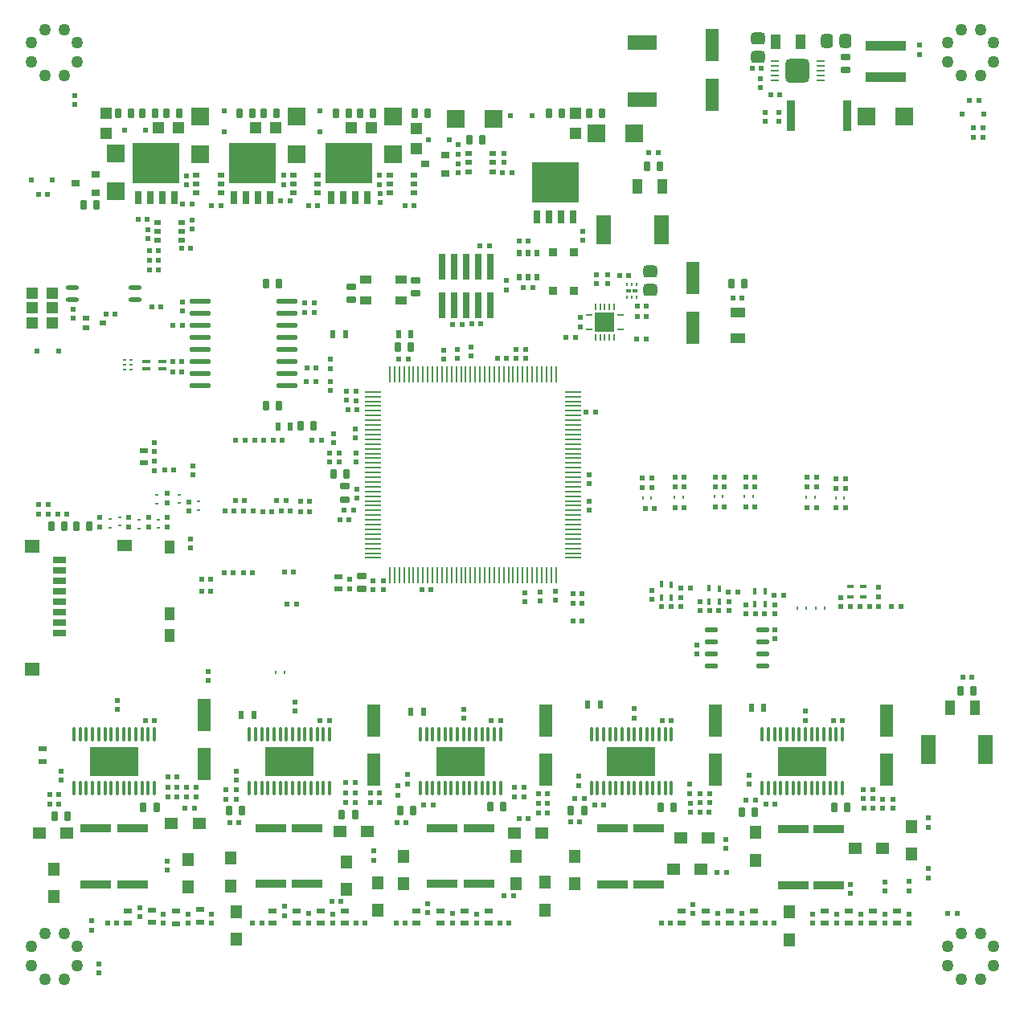
<source format=gtp>
G04 Layer_Color=8421504*
%FSLAX25Y25*%
%MOIN*%
G70*
G01*
G75*
%ADD28R,0.05905X0.04528*%
%ADD130C,0.05000*%
%ADD156R,0.01201X0.01024*%
%ADD157R,0.02359X0.01181*%
%ADD158O,0.05509X0.01965*%
G04:AMPARAMS|DCode=159|XSize=20mil|YSize=22mil|CornerRadius=3.4mil|HoleSize=0mil|Usage=FLASHONLY|Rotation=0.000|XOffset=0mil|YOffset=0mil|HoleType=Round|Shape=RoundedRectangle|*
%AMROUNDEDRECTD159*
21,1,0.02000,0.01520,0,0,0.0*
21,1,0.01320,0.02200,0,0,0.0*
1,1,0.00680,0.00660,-0.00760*
1,1,0.00680,-0.00660,-0.00760*
1,1,0.00680,-0.00660,0.00760*
1,1,0.00680,0.00660,0.00760*
%
%ADD159ROUNDEDRECTD159*%
%ADD160R,0.02950X0.01965*%
G04:AMPARAMS|DCode=161|XSize=20mil|YSize=22mil|CornerRadius=3.4mil|HoleSize=0mil|Usage=FLASHONLY|Rotation=270.000|XOffset=0mil|YOffset=0mil|HoleType=Round|Shape=RoundedRectangle|*
%AMROUNDEDRECTD161*
21,1,0.02000,0.01520,0,0,270.0*
21,1,0.01320,0.02200,0,0,270.0*
1,1,0.00680,-0.00760,-0.00660*
1,1,0.00680,-0.00760,0.00660*
1,1,0.00680,0.00760,0.00660*
1,1,0.00680,0.00760,-0.00660*
%
%ADD161ROUNDEDRECTD161*%
G04:AMPARAMS|DCode=162|XSize=27.13mil|YSize=37.37mil|CornerRadius=4.83mil|HoleSize=0mil|Usage=FLASHONLY|Rotation=0.000|XOffset=0mil|YOffset=0mil|HoleType=Round|Shape=RoundedRectangle|*
%AMROUNDEDRECTD162*
21,1,0.02713,0.02772,0,0,0.0*
21,1,0.01748,0.03737,0,0,0.0*
1,1,0.00965,0.00874,-0.01386*
1,1,0.00965,-0.00874,-0.01386*
1,1,0.00965,-0.00874,0.01386*
1,1,0.00965,0.00874,0.01386*
%
%ADD162ROUNDEDRECTD162*%
%ADD163R,0.03265X0.02438*%
%ADD164R,0.02438X0.03265*%
%ADD165R,0.01800X0.02600*%
%ADD166O,0.01178X0.06493*%
%ADD167R,0.20351X0.12005*%
%ADD168R,0.05312X0.13186*%
%ADD169R,0.12792X0.03343*%
%ADD170R,0.07871X0.07871*%
%ADD171O,0.02950X0.00902*%
%ADD172O,0.00902X0.02950*%
%ADD173R,0.06493X0.05312*%
%ADD174R,0.04328X0.05706*%
%ADD175R,0.05706X0.02950*%
%ADD176R,0.02200X0.02200*%
%ADD177R,0.03343X0.01375*%
%ADD178R,0.03737X0.03343*%
%ADD179R,0.03400X0.03000*%
%ADD180R,0.02200X0.02200*%
%ADD181R,0.02162X0.03146*%
%ADD182R,0.03146X0.02162*%
%ADD183R,0.04131X0.06493*%
G04:AMPARAMS|DCode=184|XSize=50mil|YSize=58mil|CornerRadius=12mil|HoleSize=0mil|Usage=FLASHONLY|Rotation=270.000|XOffset=0mil|YOffset=0mil|HoleType=Round|Shape=RoundedRectangle|*
%AMROUNDEDRECTD184*
21,1,0.05000,0.03400,0,0,270.0*
21,1,0.02600,0.05800,0,0,270.0*
1,1,0.02400,-0.01700,-0.01300*
1,1,0.02400,-0.01700,0.01300*
1,1,0.02400,0.01700,0.01300*
1,1,0.02400,0.01700,-0.01300*
%
%ADD184ROUNDEDRECTD184*%
%ADD185R,0.12400X0.06100*%
%ADD186R,0.06100X0.12400*%
%ADD187R,0.02600X0.05400*%
%ADD188R,0.19500X0.16800*%
G04:AMPARAMS|DCode=189|XSize=27.13mil|YSize=37.37mil|CornerRadius=4.83mil|HoleSize=0mil|Usage=FLASHONLY|Rotation=90.000|XOffset=0mil|YOffset=0mil|HoleType=Round|Shape=RoundedRectangle|*
%AMROUNDEDRECTD189*
21,1,0.02713,0.02772,0,0,90.0*
21,1,0.01748,0.03737,0,0,90.0*
1,1,0.00965,0.01386,0.00874*
1,1,0.00965,0.01386,-0.00874*
1,1,0.00965,-0.01386,-0.00874*
1,1,0.00965,-0.01386,0.00874*
%
%ADD189ROUNDEDRECTD189*%
%ADD190O,0.08855X0.02162*%
%ADD191O,0.06887X0.00981*%
%ADD192O,0.00981X0.06887*%
G04:AMPARAMS|DCode=193|XSize=50mil|YSize=58mil|CornerRadius=12mil|HoleSize=0mil|Usage=FLASHONLY|Rotation=180.000|XOffset=0mil|YOffset=0mil|HoleType=Round|Shape=RoundedRectangle|*
%AMROUNDEDRECTD193*
21,1,0.05000,0.03400,0,0,180.0*
21,1,0.02600,0.05800,0,0,180.0*
1,1,0.02400,-0.01300,0.01700*
1,1,0.02400,0.01300,0.01700*
1,1,0.02400,0.01300,-0.01700*
1,1,0.02400,-0.01300,-0.01700*
%
%ADD193ROUNDEDRECTD193*%
%ADD194R,0.03816X0.00981*%
G04:AMPARAMS|DCode=195|XSize=103mil|YSize=103mil|CornerRadius=25.25mil|HoleSize=0mil|Usage=FLASHONLY|Rotation=0.000|XOffset=0mil|YOffset=0mil|HoleType=Round|Shape=RoundedRectangle|*
%AMROUNDEDRECTD195*
21,1,0.10300,0.05250,0,0,0.0*
21,1,0.05250,0.10300,0,0,0.0*
1,1,0.05050,0.02625,-0.02625*
1,1,0.05050,-0.02625,-0.02625*
1,1,0.05050,-0.02625,0.02625*
1,1,0.05050,0.02625,0.02625*
%
%ADD195ROUNDEDRECTD195*%
%ADD196R,0.00902X0.01375*%
%ADD197R,0.16532X0.04446*%
%ADD198R,0.03343X0.12792*%
%ADD199R,0.02753X0.10824*%
%ADD200O,0.05706X0.02162*%
%ADD201R,0.06493X0.04131*%
%ADD202R,0.02600X0.01800*%
%ADD203R,0.00984X0.01378*%
%ADD204R,0.01378X0.00984*%
%ADD205R,0.05312X0.04918*%
%ADD206R,0.04918X0.05312*%
%ADD207R,0.04524X0.03343*%
%ADD208R,0.04600X0.04600*%
%ADD209R,0.04600X0.04600*%
%ADD210R,0.07700X0.07700*%
%ADD211R,0.07700X0.07700*%
G36*
X136313Y336435D02*
Y335923D01*
X134187D01*
Y336435D01*
X134541Y336789D01*
X135958D01*
X136313Y336435D01*
D02*
G37*
G36*
X140100D02*
Y335923D01*
X138000D01*
Y336435D01*
X138400Y336789D01*
X139800D01*
X140100Y336435D01*
D02*
G37*
G36*
X132572Y336395D02*
Y335923D01*
X131155D01*
Y336828D01*
X132139D01*
X132572Y336395D01*
D02*
G37*
G36*
X100000Y336435D02*
Y335923D01*
X97900D01*
Y336435D01*
X98300Y336789D01*
X99700D01*
X100000Y336435D01*
D02*
G37*
G36*
X103000Y335923D02*
X101700D01*
Y336395D01*
X102100Y336828D01*
X103000D01*
Y335923D01*
D02*
G37*
G36*
X218083Y342003D02*
X217728Y341703D01*
X216232D01*
X215839Y342103D01*
Y344502D01*
X218083D01*
Y342003D01*
D02*
G37*
G36*
X221862D02*
X221508Y341703D01*
X220012D01*
X219618Y342103D01*
Y344502D01*
X221862D01*
Y342003D01*
D02*
G37*
G36*
X232350Y339302D02*
X231350D01*
Y344502D01*
X232350D01*
Y339302D01*
D02*
G37*
G36*
X143100Y335923D02*
X141800D01*
Y336395D01*
X142200Y336828D01*
X143100D01*
Y335923D01*
D02*
G37*
G36*
X214146Y339302D02*
X213043D01*
Y344502D01*
X214146D01*
Y339302D01*
D02*
G37*
G36*
X228650Y327923D02*
X227350D01*
Y328395D01*
X227750Y328829D01*
X228650D01*
Y327923D01*
D02*
G37*
G36*
X52622Y336395D02*
Y335923D01*
X51205D01*
Y336828D01*
X52189D01*
X52622Y336395D01*
D02*
G37*
G36*
X225650Y328435D02*
Y327923D01*
X223550D01*
Y328435D01*
X223950Y328789D01*
X225350D01*
X225650Y328435D01*
D02*
G37*
G36*
X218122Y328395D02*
Y327923D01*
X216705D01*
Y328829D01*
X217689D01*
X218122Y328395D01*
D02*
G37*
G36*
X221862Y328435D02*
Y327923D01*
X219736D01*
Y328435D01*
X220091Y328789D01*
X221508D01*
X221862Y328435D01*
D02*
G37*
G36*
X92472Y336395D02*
Y335923D01*
X91055D01*
Y336828D01*
X92039D01*
X92472Y336395D01*
D02*
G37*
G36*
X96213Y336435D02*
Y335923D01*
X94087D01*
Y336435D01*
X94441Y336789D01*
X95858D01*
X96213Y336435D01*
D02*
G37*
G36*
X63150Y335923D02*
X61850D01*
Y336395D01*
X62250Y336828D01*
X63150D01*
Y335923D01*
D02*
G37*
G36*
X56362Y336435D02*
Y335923D01*
X54236D01*
Y336435D01*
X54590Y336789D01*
X56008D01*
X56362Y336435D01*
D02*
G37*
G36*
X60150D02*
Y335923D01*
X58050D01*
Y336435D01*
X58450Y336789D01*
X59850D01*
X60150Y336435D01*
D02*
G37*
G36*
X96213Y350003D02*
X95858Y349703D01*
X94362D01*
X93968Y350102D01*
Y352502D01*
X96213D01*
Y350003D01*
D02*
G37*
G36*
X100000Y350102D02*
X99600Y349703D01*
X98200D01*
X97800Y350102D01*
Y352502D01*
X100000D01*
Y350102D01*
D02*
G37*
G36*
X92433Y350003D02*
X92079Y349703D01*
X90583D01*
X90189Y350102D01*
Y352502D01*
X92433D01*
Y350003D01*
D02*
G37*
G36*
X60150Y350102D02*
X59750Y349703D01*
X58350D01*
X57950Y350102D01*
Y352502D01*
X60150D01*
Y350102D01*
D02*
G37*
G36*
X63850D02*
X63550Y349703D01*
X62050D01*
X61650Y350102D01*
Y352502D01*
X63850D01*
Y350102D01*
D02*
G37*
G36*
X140100D02*
X139700Y349703D01*
X138300D01*
X137900Y350102D01*
Y352502D01*
X140100D01*
Y350102D01*
D02*
G37*
G36*
X143800D02*
X143500Y349703D01*
X142000D01*
X141600Y350102D01*
Y352502D01*
X143800D01*
Y350102D01*
D02*
G37*
G36*
X136313Y350003D02*
X135958Y349703D01*
X134462D01*
X134069Y350102D01*
Y352502D01*
X136313D01*
Y350003D01*
D02*
G37*
G36*
X103700Y350102D02*
X103400Y349703D01*
X101900D01*
X101500Y350102D01*
Y352502D01*
X103700D01*
Y350102D01*
D02*
G37*
G36*
X132533Y350003D02*
X132179Y349703D01*
X130683D01*
X130289Y350102D01*
Y352502D01*
X132533D01*
Y350003D01*
D02*
G37*
G36*
X66850Y347303D02*
X65850D01*
Y352502D01*
X66850D01*
Y347303D01*
D02*
G37*
G36*
X88496D02*
X87394D01*
Y352502D01*
X88496D01*
Y347303D01*
D02*
G37*
G36*
X48646D02*
X47543D01*
Y352502D01*
X48646D01*
Y347303D01*
D02*
G37*
G36*
X225650Y342103D02*
X225250Y341703D01*
X223850D01*
X223450Y342103D01*
Y344502D01*
X225650D01*
Y342103D01*
D02*
G37*
G36*
X229350D02*
X229050Y341703D01*
X227550D01*
X227150Y342103D01*
Y344502D01*
X229350D01*
Y342103D01*
D02*
G37*
G36*
X52583Y350003D02*
X52228Y349703D01*
X50732D01*
X50339Y350102D01*
Y352502D01*
X52583D01*
Y350003D01*
D02*
G37*
G36*
X56362D02*
X56008Y349703D01*
X54512D01*
X54118Y350102D01*
Y352502D01*
X56362D01*
Y350003D01*
D02*
G37*
G36*
X146800Y347303D02*
X145800D01*
Y352502D01*
X146800D01*
Y347303D01*
D02*
G37*
G36*
X106700D02*
X105700D01*
Y352502D01*
X106700D01*
Y347303D01*
D02*
G37*
G36*
X128596D02*
X127494D01*
Y352502D01*
X128596D01*
Y347303D01*
D02*
G37*
G54D28*
X44146Y185486D02*
D03*
G54D130*
X398937Y5551D02*
D03*
X391063D02*
D03*
X385551Y11063D02*
D03*
Y18937D02*
D03*
X391063Y24449D02*
D03*
X398937D02*
D03*
X404449Y18937D02*
D03*
Y11063D02*
D03*
X18937Y5551D02*
D03*
X11063D02*
D03*
X5551Y11063D02*
D03*
Y18937D02*
D03*
X11063Y24449D02*
D03*
X18937D02*
D03*
X24449Y18937D02*
D03*
Y11063D02*
D03*
X18937Y380551D02*
D03*
X11063D02*
D03*
X5551Y386063D02*
D03*
Y393937D02*
D03*
X11063Y399449D02*
D03*
X18937D02*
D03*
X24449Y393937D02*
D03*
Y386063D02*
D03*
X398937Y380551D02*
D03*
X391063D02*
D03*
X385551Y386063D02*
D03*
Y393937D02*
D03*
X391063Y399449D02*
D03*
X398937D02*
D03*
X404449Y393937D02*
D03*
Y386063D02*
D03*
G54D156*
X46627Y262249D02*
D03*
X46627Y260281D02*
D03*
Y258313D02*
D03*
X43971Y258313D02*
D03*
Y260281D02*
D03*
X43971Y262249D02*
D03*
G54D157*
X253085Y291060D02*
D03*
X255844D02*
D03*
G54D158*
X48342Y287361D02*
D03*
Y292361D02*
D03*
X22555Y287361D02*
D03*
Y292361D02*
D03*
G54D159*
X36366Y281414D02*
D03*
X40156D02*
D03*
X59104Y284264D02*
D03*
X55314D02*
D03*
X85394Y174096D02*
D03*
X89184D02*
D03*
X93277Y174063D02*
D03*
X97067D02*
D03*
X110241Y174543D02*
D03*
X114031D02*
D03*
X120768Y199430D02*
D03*
X116978D02*
D03*
X109100Y199600D02*
D03*
X112890D02*
D03*
X105043Y199522D02*
D03*
X101254D02*
D03*
X93445Y199635D02*
D03*
X97234D02*
D03*
X93894Y203953D02*
D03*
X90104D02*
D03*
X89399Y199609D02*
D03*
X85609D02*
D03*
X90118Y229147D02*
D03*
X93908D02*
D03*
X101715Y229059D02*
D03*
X97925D02*
D03*
X109557Y229061D02*
D03*
X105767D02*
D03*
X121848Y229154D02*
D03*
X125638D02*
D03*
X171048Y167013D02*
D03*
X167258D02*
D03*
X195304Y309607D02*
D03*
X191534D02*
D03*
X235535Y240831D02*
D03*
X239325D02*
D03*
X292702Y209754D02*
D03*
X288932D02*
D03*
X305400Y209648D02*
D03*
X301630D02*
D03*
X330946Y209590D02*
D03*
X327176D02*
D03*
X339152Y213216D02*
D03*
X342941D02*
D03*
X342929Y209074D02*
D03*
X339159D02*
D03*
X339130Y201048D02*
D03*
X342919D02*
D03*
X317310Y164769D02*
D03*
X313520D02*
D03*
X305674Y156954D02*
D03*
X309464D02*
D03*
X298329Y166199D02*
D03*
X294539D02*
D03*
X286738Y158388D02*
D03*
X290527D02*
D03*
X266900Y160000D02*
D03*
X270690D02*
D03*
X354490Y76400D02*
D03*
X350700D02*
D03*
X341700Y112900D02*
D03*
X337930D02*
D03*
X309922Y78000D02*
D03*
X313712D02*
D03*
X301800Y79900D02*
D03*
X305570D02*
D03*
X270800Y112900D02*
D03*
X267030D02*
D03*
X286390Y74700D02*
D03*
X282600D02*
D03*
X289800Y49800D02*
D03*
X293570D02*
D03*
X313500Y28700D02*
D03*
X309730D02*
D03*
X266700Y28800D02*
D03*
X270470D02*
D03*
X234690Y80400D02*
D03*
X230900D02*
D03*
X242800Y77900D02*
D03*
X239030D02*
D03*
X229000Y70600D02*
D03*
X232770D02*
D03*
X211400Y72200D02*
D03*
X207630D02*
D03*
X157100Y70400D02*
D03*
X160870D02*
D03*
X205300Y40100D02*
D03*
X201530D02*
D03*
X203400Y28700D02*
D03*
X199630D02*
D03*
X156700D02*
D03*
X160470D02*
D03*
X129000Y112900D02*
D03*
X125230D02*
D03*
X135800Y87000D02*
D03*
X139570D02*
D03*
X139590Y82900D02*
D03*
X135800D02*
D03*
X149890D02*
D03*
X146100D02*
D03*
Y78800D02*
D03*
X149870D02*
D03*
X139590D02*
D03*
X135800D02*
D03*
X133900Y37700D02*
D03*
X130130D02*
D03*
X143864Y28775D02*
D03*
X140094D02*
D03*
X16890Y78100D02*
D03*
X13100D02*
D03*
X65790Y81100D02*
D03*
X62000D02*
D03*
X65790Y85200D02*
D03*
X62000D02*
D03*
X73590D02*
D03*
X69800D02*
D03*
X62000Y89300D02*
D03*
X65770D02*
D03*
X97200Y28800D02*
D03*
X100970D02*
D03*
X87600Y70300D02*
D03*
X91370D02*
D03*
X72970Y76300D02*
D03*
X69200D02*
D03*
X56400Y112900D02*
D03*
X52630D02*
D03*
X13100Y82200D02*
D03*
X16870D02*
D03*
X69800Y81100D02*
D03*
X73570D02*
D03*
X37130Y28600D02*
D03*
X40900D02*
D03*
X180170Y277162D02*
D03*
X183959D02*
D03*
X191771Y277254D02*
D03*
X187981D02*
D03*
X258871Y213554D02*
D03*
X262661D02*
D03*
X209509Y292547D02*
D03*
X213279D02*
D03*
X164220Y326300D02*
D03*
X160450D02*
D03*
X120335Y326575D02*
D03*
X124105D02*
D03*
X83947Y326476D02*
D03*
X80177D02*
D03*
X219470Y78300D02*
D03*
X215700D02*
D03*
X16277Y198481D02*
D03*
X20046D02*
D03*
X265270Y348400D02*
D03*
X261500D02*
D03*
X8527Y198505D02*
D03*
X12317D02*
D03*
Y202505D02*
D03*
X8547D02*
D03*
X215700Y82342D02*
D03*
X219490D02*
D03*
X219470Y74500D02*
D03*
X215700D02*
D03*
X200000Y112900D02*
D03*
X196230D02*
D03*
X171942Y77700D02*
D03*
X168172D02*
D03*
X204670Y340000D02*
D03*
X200900D02*
D03*
X67724Y308687D02*
D03*
X71494D02*
D03*
X292707Y201515D02*
D03*
X288917D02*
D03*
X305387Y201360D02*
D03*
X301597D02*
D03*
X330904Y201046D02*
D03*
X327114D02*
D03*
X49700Y320600D02*
D03*
X53490D02*
D03*
X260073Y200603D02*
D03*
X263863D02*
D03*
X276216Y213760D02*
D03*
X272426D02*
D03*
X272405Y201181D02*
D03*
X276195D02*
D03*
X256565Y270965D02*
D03*
X260354D02*
D03*
X207710Y311600D02*
D03*
X211500D02*
D03*
X253150Y297539D02*
D03*
X249379D02*
D03*
X161600Y262800D02*
D03*
X157830D02*
D03*
X138970Y200100D02*
D03*
X135200D02*
D03*
X198700Y263200D02*
D03*
X202470D02*
D03*
X137070Y196000D02*
D03*
X133300D02*
D03*
X260365Y284760D02*
D03*
X256595D02*
D03*
X67970Y276600D02*
D03*
X64200D02*
D03*
X136600Y241600D02*
D03*
X140370D02*
D03*
X119500Y253500D02*
D03*
X123290D02*
D03*
X123390Y259000D02*
D03*
X119600D02*
D03*
X64100Y261700D02*
D03*
X67890D02*
D03*
X67890Y257300D02*
D03*
X64100D02*
D03*
X311962Y372543D02*
D03*
X315732D02*
D03*
X58133Y307690D02*
D03*
X54343D02*
D03*
X304331Y383343D02*
D03*
X308121D02*
D03*
X258869Y209476D02*
D03*
X262639D02*
D03*
X276213Y209716D02*
D03*
X272443D02*
D03*
X64417Y216585D02*
D03*
X60628D02*
D03*
X68203Y327092D02*
D03*
X71993D02*
D03*
X112631Y328556D02*
D03*
X108841D02*
D03*
X260365Y280460D02*
D03*
X256595D02*
D03*
X58105Y303700D02*
D03*
X54316D02*
D03*
X54314Y299594D02*
D03*
X58104D02*
D03*
X330942Y213822D02*
D03*
X327152D02*
D03*
X305412Y213828D02*
D03*
X301623D02*
D03*
X296430Y288000D02*
D03*
X300200D02*
D03*
X391611Y130752D02*
D03*
X395381D02*
D03*
X111446Y161053D02*
D03*
X115236D02*
D03*
X227168Y271784D02*
D03*
X230958D02*
D03*
X278600Y167900D02*
D03*
X274810D02*
D03*
X292720Y213888D02*
D03*
X288930D02*
D03*
X399921Y358666D02*
D03*
X396151D02*
D03*
X396161Y354666D02*
D03*
X399951D02*
D03*
X389300Y32800D02*
D03*
X385510D02*
D03*
X394468Y370063D02*
D03*
X398258D02*
D03*
X8410Y331100D02*
D03*
X12200D02*
D03*
X229995Y153946D02*
D03*
X233785D02*
D03*
X230024Y165399D02*
D03*
X233814D02*
D03*
X230015Y161426D02*
D03*
X233805D02*
D03*
X345178Y160031D02*
D03*
X348968D02*
D03*
X353040Y160038D02*
D03*
X356829D02*
D03*
X365930Y160042D02*
D03*
X362160D02*
D03*
X79672Y171453D02*
D03*
X75902D02*
D03*
X79706Y166277D02*
D03*
X75916D02*
D03*
X110907Y203968D02*
D03*
X107117D02*
D03*
X120800Y203800D02*
D03*
X117010D02*
D03*
G54D160*
X27961Y279774D02*
D03*
Y275837D02*
D03*
X35048Y277805D02*
D03*
G54D161*
X22567Y283469D02*
D03*
Y279679D02*
D03*
X128980Y220091D02*
D03*
Y223881D02*
D03*
X78689Y129320D02*
D03*
Y133090D02*
D03*
X209956Y165872D02*
D03*
Y162083D02*
D03*
X182155Y266868D02*
D03*
Y263078D02*
D03*
X187875Y267887D02*
D03*
Y264097D02*
D03*
X341131Y163813D02*
D03*
Y160043D02*
D03*
X313609Y156962D02*
D03*
Y160752D02*
D03*
X301649Y160758D02*
D03*
Y156988D02*
D03*
X282700Y162200D02*
D03*
Y158430D02*
D03*
X274900Y160000D02*
D03*
Y163790D02*
D03*
X303200Y90100D02*
D03*
Y86330D02*
D03*
X362600Y80090D02*
D03*
Y76300D02*
D03*
X358500D02*
D03*
Y80070D02*
D03*
X354400Y80400D02*
D03*
Y84170D02*
D03*
X350300Y84190D02*
D03*
Y80400D02*
D03*
X326373Y112882D02*
D03*
Y116672D02*
D03*
X377300Y68530D02*
D03*
Y72300D02*
D03*
Y47530D02*
D03*
Y51300D02*
D03*
X359500Y45900D02*
D03*
Y42130D02*
D03*
X369500Y46000D02*
D03*
Y42230D02*
D03*
Y32500D02*
D03*
Y28730D02*
D03*
X359500Y32400D02*
D03*
Y28630D02*
D03*
X349500Y32400D02*
D03*
Y28630D02*
D03*
X345100Y44700D02*
D03*
Y40930D02*
D03*
X339500Y32400D02*
D03*
Y28630D02*
D03*
X329500Y28700D02*
D03*
Y32470D02*
D03*
X286800Y82500D02*
D03*
Y78730D02*
D03*
X282600Y82490D02*
D03*
Y78700D02*
D03*
X278500Y86290D02*
D03*
Y82500D02*
D03*
X255486Y113797D02*
D03*
Y117587D02*
D03*
X278600Y78500D02*
D03*
Y74730D02*
D03*
X293400Y63400D02*
D03*
Y59630D02*
D03*
X300000Y32600D02*
D03*
Y28830D02*
D03*
X290000Y32600D02*
D03*
Y28830D02*
D03*
X279900Y32800D02*
D03*
Y36570D02*
D03*
X232400Y89600D02*
D03*
Y85830D02*
D03*
X161500Y90300D02*
D03*
Y86530D02*
D03*
X190000Y32500D02*
D03*
Y28730D02*
D03*
X180000Y32600D02*
D03*
Y28830D02*
D03*
X169900Y33100D02*
D03*
Y36870D02*
D03*
X90300Y91770D02*
D03*
Y88000D02*
D03*
Y84000D02*
D03*
Y80230D02*
D03*
X147500Y58600D02*
D03*
Y54830D02*
D03*
X130500Y28800D02*
D03*
Y32570D02*
D03*
X120400Y32600D02*
D03*
Y28830D02*
D03*
X110400Y31900D02*
D03*
Y35670D02*
D03*
X41167Y117266D02*
D03*
Y121055D02*
D03*
X86200Y80210D02*
D03*
Y84000D02*
D03*
X114816Y116608D02*
D03*
Y120397D02*
D03*
X61600Y54400D02*
D03*
Y50630D02*
D03*
X50500Y31430D02*
D03*
Y35200D02*
D03*
X30400Y25900D02*
D03*
Y29670D02*
D03*
X17600Y91700D02*
D03*
Y87930D02*
D03*
X70300Y32470D02*
D03*
Y28700D02*
D03*
X80100Y32500D02*
D03*
Y28730D02*
D03*
X60200Y32570D02*
D03*
Y28800D02*
D03*
X233201Y276237D02*
D03*
Y280007D02*
D03*
X56566Y216495D02*
D03*
Y220265D02*
D03*
X56560Y228075D02*
D03*
Y224305D02*
D03*
X176300Y262700D02*
D03*
Y266490D02*
D03*
X202452Y295355D02*
D03*
Y291565D02*
D03*
X281400Y144200D02*
D03*
Y140410D02*
D03*
X151240Y167092D02*
D03*
Y170861D02*
D03*
X244390Y297854D02*
D03*
Y294065D02*
D03*
X234100Y315700D02*
D03*
Y311910D02*
D03*
X149900Y338990D02*
D03*
Y335200D02*
D03*
X109902Y335206D02*
D03*
Y338996D02*
D03*
X201400Y344400D02*
D03*
Y348190D02*
D03*
X205700Y84990D02*
D03*
Y81200D02*
D03*
X70691Y203451D02*
D03*
Y199661D02*
D03*
X122736Y285980D02*
D03*
Y282210D02*
D03*
X72235Y214793D02*
D03*
Y218563D02*
D03*
X209700Y81200D02*
D03*
Y84990D02*
D03*
X157300Y81900D02*
D03*
Y85690D02*
D03*
X182500Y340110D02*
D03*
Y343900D02*
D03*
X182400Y347900D02*
D03*
Y351690D02*
D03*
X150000Y327610D02*
D03*
Y331400D02*
D03*
X239862Y294065D02*
D03*
Y297854D02*
D03*
X53600Y316400D02*
D03*
Y312610D02*
D03*
X72100Y320490D02*
D03*
Y316700D02*
D03*
X137282Y167515D02*
D03*
Y171285D02*
D03*
X206500Y263130D02*
D03*
Y266900D02*
D03*
X236600Y200100D02*
D03*
Y203870D02*
D03*
X216400Y166170D02*
D03*
Y162400D02*
D03*
X139900Y230000D02*
D03*
Y233770D02*
D03*
X222800Y162600D02*
D03*
Y166370D02*
D03*
X236708Y211100D02*
D03*
Y214870D02*
D03*
X140000Y223900D02*
D03*
Y220130D02*
D03*
X140509Y208765D02*
D03*
Y204995D02*
D03*
X118600Y285970D02*
D03*
Y282200D02*
D03*
X68000Y282700D02*
D03*
Y286470D02*
D03*
X130773Y231719D02*
D03*
Y227949D02*
D03*
X147132Y167097D02*
D03*
Y170867D02*
D03*
X140200Y245530D02*
D03*
Y249300D02*
D03*
X129500Y253400D02*
D03*
Y249610D02*
D03*
X133100Y220110D02*
D03*
Y223900D02*
D03*
X129500Y258900D02*
D03*
Y262690D02*
D03*
X136000Y249390D02*
D03*
Y245600D02*
D03*
X373800Y393000D02*
D03*
Y389230D02*
D03*
X307800Y375300D02*
D03*
Y379090D02*
D03*
X315332Y361410D02*
D03*
Y365199D02*
D03*
X309800Y365190D02*
D03*
Y361400D02*
D03*
X262800Y163130D02*
D03*
Y166900D02*
D03*
X69801Y338903D02*
D03*
Y335114D02*
D03*
X313700Y150370D02*
D03*
Y146600D02*
D03*
X54035Y193189D02*
D03*
Y196979D02*
D03*
X61811D02*
D03*
Y193189D02*
D03*
X61713Y203228D02*
D03*
Y207018D02*
D03*
X45866Y193179D02*
D03*
Y196968D02*
D03*
X33813Y196990D02*
D03*
Y193200D02*
D03*
X210506Y263101D02*
D03*
Y266891D02*
D03*
X33500Y8100D02*
D03*
Y11890D02*
D03*
X23400Y368410D02*
D03*
Y372200D02*
D03*
X294631Y158381D02*
D03*
Y162170D02*
D03*
X184823Y113614D02*
D03*
Y117403D02*
D03*
X356836Y168000D02*
D03*
Y164211D02*
D03*
X71366Y184379D02*
D03*
Y188149D02*
D03*
G54D162*
X13753Y193503D02*
D03*
X19107D02*
D03*
X343677Y76900D02*
D03*
X338323D02*
D03*
X300023Y74900D02*
D03*
X305377D02*
D03*
X271777Y76700D02*
D03*
X266423D02*
D03*
X229223Y75400D02*
D03*
X234577D02*
D03*
X139577Y73900D02*
D03*
X134223D02*
D03*
X57254Y76900D02*
D03*
X51900D02*
D03*
X87523Y75300D02*
D03*
X92877D02*
D03*
X14923Y73100D02*
D03*
X20277D02*
D03*
X108077Y243500D02*
D03*
X102723D02*
D03*
Y294100D02*
D03*
X108077D02*
D03*
X260723Y342900D02*
D03*
X266077D02*
D03*
X41323Y364700D02*
D03*
X46678D02*
D03*
X164523Y364700D02*
D03*
X169877D02*
D03*
X66877Y364700D02*
D03*
X61523D02*
D03*
X101822Y364700D02*
D03*
X107177D02*
D03*
X147177Y364699D02*
D03*
X141823D02*
D03*
X242178D02*
D03*
X236823D02*
D03*
X162889Y267755D02*
D03*
X157534D02*
D03*
X122471Y234948D02*
D03*
X117117D02*
D03*
X300977Y294000D02*
D03*
X295623D02*
D03*
X396158Y124952D02*
D03*
X390804D02*
D03*
X29327Y193513D02*
D03*
X23973D02*
D03*
X158423Y75300D02*
D03*
X163777D02*
D03*
X195763Y77000D02*
D03*
X201117D02*
D03*
X130823Y215200D02*
D03*
X136177D02*
D03*
X27123Y326700D02*
D03*
X32477D02*
D03*
X192477Y353800D02*
D03*
X187123D02*
D03*
X56777Y364700D02*
D03*
X51423D02*
D03*
X96977D02*
D03*
X91623D02*
D03*
X131723Y364700D02*
D03*
X137077D02*
D03*
X225277Y364699D02*
D03*
X219923D02*
D03*
G54D163*
X51946Y219633D02*
D03*
Y224869D02*
D03*
X132773Y167329D02*
D03*
Y172565D02*
D03*
X364500Y33836D02*
D03*
Y28600D02*
D03*
X354500Y33836D02*
D03*
Y28600D02*
D03*
X344500Y33836D02*
D03*
Y28600D02*
D03*
X334500Y33836D02*
D03*
Y28600D02*
D03*
X305000Y33818D02*
D03*
Y28582D02*
D03*
X295000Y33836D02*
D03*
Y28600D02*
D03*
X285000Y33818D02*
D03*
Y28582D02*
D03*
X275000Y33836D02*
D03*
Y28600D02*
D03*
X195000Y33836D02*
D03*
Y28600D02*
D03*
X185000Y33836D02*
D03*
Y28600D02*
D03*
X175000Y33818D02*
D03*
Y28582D02*
D03*
X165000Y33836D02*
D03*
Y28600D02*
D03*
X135500Y33836D02*
D03*
Y28600D02*
D03*
X125500Y33900D02*
D03*
Y28664D02*
D03*
X115300Y33900D02*
D03*
Y28664D02*
D03*
X105500Y33818D02*
D03*
Y28582D02*
D03*
X9987Y101048D02*
D03*
Y95812D02*
D03*
X65500Y33800D02*
D03*
Y28564D02*
D03*
X75300Y34318D02*
D03*
Y29082D02*
D03*
X55400Y34200D02*
D03*
Y28964D02*
D03*
X45500Y33818D02*
D03*
Y28582D02*
D03*
G54D164*
X162818Y273100D02*
D03*
X157582D02*
D03*
X97618Y115000D02*
D03*
X92382D02*
D03*
X135605Y273093D02*
D03*
X130369D02*
D03*
X309218Y118200D02*
D03*
X303982D02*
D03*
X241318Y119300D02*
D03*
X236082D02*
D03*
X168018Y116300D02*
D03*
X162782D02*
D03*
X112842Y234607D02*
D03*
X107606D02*
D03*
G54D165*
X309700Y160944D02*
D03*
Y166456D02*
D03*
X305500Y160944D02*
D03*
Y166456D02*
D03*
X290700Y162044D02*
D03*
Y167556D02*
D03*
X286500Y162144D02*
D03*
Y167656D02*
D03*
X266600Y169256D02*
D03*
Y163744D02*
D03*
X270900Y169156D02*
D03*
Y163644D02*
D03*
G54D166*
X308454Y84680D02*
D03*
X311013D02*
D03*
X313572D02*
D03*
X316131D02*
D03*
X318690D02*
D03*
X321249D02*
D03*
X323808D02*
D03*
X326367D02*
D03*
X328926D02*
D03*
X331485D02*
D03*
X334045D02*
D03*
X336603D02*
D03*
X339163D02*
D03*
X341722D02*
D03*
X308454Y107121D02*
D03*
X311013D02*
D03*
X313572D02*
D03*
X316131D02*
D03*
X318690D02*
D03*
X321249D02*
D03*
X323808D02*
D03*
X326367D02*
D03*
X328926D02*
D03*
X331485D02*
D03*
X334045D02*
D03*
X336603D02*
D03*
X339163D02*
D03*
X341722D02*
D03*
X237568Y84680D02*
D03*
X240127D02*
D03*
X242686D02*
D03*
X245245D02*
D03*
X247804D02*
D03*
X250363D02*
D03*
X252922D02*
D03*
X255481D02*
D03*
X258040D02*
D03*
X260599D02*
D03*
X263159D02*
D03*
X265718D02*
D03*
X268277D02*
D03*
X270836D02*
D03*
X237568Y107121D02*
D03*
X240127D02*
D03*
X242686D02*
D03*
X245245D02*
D03*
X247804D02*
D03*
X250363D02*
D03*
X252922D02*
D03*
X255481D02*
D03*
X258040D02*
D03*
X260599D02*
D03*
X263159D02*
D03*
X265718D02*
D03*
X268277D02*
D03*
X270836D02*
D03*
X95796Y84680D02*
D03*
X98355D02*
D03*
X100914D02*
D03*
X103473D02*
D03*
X106033D02*
D03*
X108592D02*
D03*
X111151D02*
D03*
X113710D02*
D03*
X116269D02*
D03*
X118828D02*
D03*
X121387D02*
D03*
X123946D02*
D03*
X126505D02*
D03*
X129064D02*
D03*
X95796Y107121D02*
D03*
X98355D02*
D03*
X100914D02*
D03*
X103473D02*
D03*
X106033D02*
D03*
X108592D02*
D03*
X111151D02*
D03*
X113710D02*
D03*
X116269D02*
D03*
X118828D02*
D03*
X121387D02*
D03*
X123946D02*
D03*
X126505D02*
D03*
X129064D02*
D03*
X23110Y84680D02*
D03*
X25670D02*
D03*
X28229D02*
D03*
X30788D02*
D03*
X33347D02*
D03*
X35906D02*
D03*
X38465D02*
D03*
X41024D02*
D03*
X43583D02*
D03*
X46142D02*
D03*
X48701D02*
D03*
X51260D02*
D03*
X53819D02*
D03*
X56378D02*
D03*
X23110Y107121D02*
D03*
X25670D02*
D03*
X28229D02*
D03*
X30788D02*
D03*
X33347D02*
D03*
X35906D02*
D03*
X38465D02*
D03*
X41024D02*
D03*
X43583D02*
D03*
X46142D02*
D03*
X48701D02*
D03*
X51260D02*
D03*
X53819D02*
D03*
X56378D02*
D03*
X166708Y84680D02*
D03*
X169267D02*
D03*
X171826D02*
D03*
X174385D02*
D03*
X176944D02*
D03*
X179503D02*
D03*
X182062D02*
D03*
X184622D02*
D03*
X187181D02*
D03*
X189740D02*
D03*
X192299D02*
D03*
X194858D02*
D03*
X197417D02*
D03*
X199976D02*
D03*
X166708Y107121D02*
D03*
X169267D02*
D03*
X171826D02*
D03*
X174385D02*
D03*
X176944D02*
D03*
X179503D02*
D03*
X182062D02*
D03*
X184622D02*
D03*
X187181D02*
D03*
X189740D02*
D03*
X192299D02*
D03*
X194858D02*
D03*
X197417D02*
D03*
X199976D02*
D03*
G54D167*
X325088Y95900D02*
D03*
X254202D02*
D03*
X112430D02*
D03*
X39744D02*
D03*
X183342D02*
D03*
G54D168*
X360000Y92364D02*
D03*
Y112836D02*
D03*
X289200Y92364D02*
D03*
Y112836D02*
D03*
X147500Y92364D02*
D03*
Y112836D02*
D03*
X77000Y94764D02*
D03*
Y115236D02*
D03*
X287900Y372464D02*
D03*
Y392936D02*
D03*
X279700Y296336D02*
D03*
Y275864D02*
D03*
X218600Y112736D02*
D03*
Y92264D02*
D03*
G54D169*
X336000Y67800D02*
D03*
Y44572D02*
D03*
X321300Y67800D02*
D03*
Y44572D02*
D03*
X261500Y68114D02*
D03*
Y44886D02*
D03*
X246500Y68014D02*
D03*
Y44786D02*
D03*
X119900Y68214D02*
D03*
Y44986D02*
D03*
X104800Y68200D02*
D03*
Y44972D02*
D03*
X47300Y68100D02*
D03*
Y44872D02*
D03*
X32000Y68114D02*
D03*
Y44886D02*
D03*
X175712Y44986D02*
D03*
Y68214D02*
D03*
X190912Y44986D02*
D03*
Y68214D02*
D03*
G54D170*
X243209Y278051D02*
D03*
G54D171*
X236811Y275098D02*
D03*
Y281004D02*
D03*
X249606D02*
D03*
Y275098D02*
D03*
G54D172*
X239272Y284449D02*
D03*
X241240D02*
D03*
X243209D02*
D03*
X245177D02*
D03*
X247146D02*
D03*
Y271654D02*
D03*
X245177D02*
D03*
X243209D02*
D03*
X241240D02*
D03*
X239272D02*
D03*
G54D173*
X5760Y184994D02*
D03*
Y134206D02*
D03*
G54D174*
X62748Y184797D02*
D03*
Y157238D02*
D03*
Y148183D02*
D03*
G54D175*
X17177Y148970D02*
D03*
Y153301D02*
D03*
Y157632D02*
D03*
Y161962D02*
D03*
Y166293D02*
D03*
Y170624D02*
D03*
Y174954D02*
D03*
Y179285D02*
D03*
G54D176*
X400251Y364566D02*
D03*
X391520D02*
D03*
X204200Y363800D02*
D03*
X212931D02*
D03*
X44100Y357700D02*
D03*
X52831D02*
D03*
X5361Y337026D02*
D03*
X14091D02*
D03*
X7869Y266200D02*
D03*
X16600D02*
D03*
X178772Y353786D02*
D03*
X170042D02*
D03*
G54D177*
X59746Y261856D02*
D03*
X53053D02*
D03*
Y258706D02*
D03*
X59746D02*
D03*
G54D178*
X221869Y307171D02*
D03*
X230531Y291029D02*
D03*
Y307171D02*
D03*
X221869Y291029D02*
D03*
G54D179*
X23600Y335600D02*
D03*
X31937Y339400D02*
D03*
Y331860D02*
D03*
X168700Y343600D02*
D03*
X177037Y347400D02*
D03*
Y339860D02*
D03*
G54D180*
X125200Y365900D02*
D03*
Y357169D02*
D03*
X85400Y365900D02*
D03*
Y357169D02*
D03*
G54D181*
X207660Y306851D02*
D03*
X211400D02*
D03*
X215140D02*
D03*
Y296812D02*
D03*
X211400D02*
D03*
X207660D02*
D03*
G54D182*
X154100Y331660D02*
D03*
Y335400D02*
D03*
Y339140D02*
D03*
X164139D02*
D03*
Y335400D02*
D03*
Y331660D02*
D03*
X114035Y331594D02*
D03*
Y335335D02*
D03*
Y339075D02*
D03*
X124075D02*
D03*
Y335335D02*
D03*
Y331594D02*
D03*
X73878D02*
D03*
Y335335D02*
D03*
Y339075D02*
D03*
X83917D02*
D03*
Y335335D02*
D03*
Y331594D02*
D03*
X57708Y312047D02*
D03*
Y315787D02*
D03*
Y319528D02*
D03*
X67747D02*
D03*
Y315787D02*
D03*
Y312047D02*
D03*
X186780Y340560D02*
D03*
Y344300D02*
D03*
Y348040D02*
D03*
X196820D02*
D03*
Y344300D02*
D03*
Y340560D02*
D03*
G54D183*
X256583Y334300D02*
D03*
X267017D02*
D03*
X314115Y394243D02*
D03*
X324548D02*
D03*
X386464Y118152D02*
D03*
X396897D02*
D03*
G54D184*
X262165Y299000D02*
D03*
Y291460D02*
D03*
X306618Y388209D02*
D03*
Y395749D02*
D03*
G54D185*
X258700Y370289D02*
D03*
Y394000D02*
D03*
G54D186*
X266611Y316300D02*
D03*
X242900D02*
D03*
X377326Y100768D02*
D03*
X401037D02*
D03*
G54D187*
X49650Y329663D02*
D03*
X54650D02*
D03*
X59650D02*
D03*
X64650D02*
D03*
X89500D02*
D03*
X94500D02*
D03*
X99500D02*
D03*
X104500D02*
D03*
X129600D02*
D03*
X134600D02*
D03*
X139600D02*
D03*
X144600D02*
D03*
X215150Y321663D02*
D03*
X220150D02*
D03*
X225150D02*
D03*
X230150D02*
D03*
G54D188*
X57150Y344103D02*
D03*
X97000D02*
D03*
X137100D02*
D03*
X222650Y336103D02*
D03*
G54D189*
X142260Y172889D02*
D03*
Y167535D02*
D03*
X138198Y292601D02*
D03*
Y287247D02*
D03*
X164798Y295524D02*
D03*
Y290170D02*
D03*
X342932Y388020D02*
D03*
Y382665D02*
D03*
X135550Y209931D02*
D03*
Y204576D02*
D03*
G54D190*
X111512Y251600D02*
D03*
Y256600D02*
D03*
Y261600D02*
D03*
Y266600D02*
D03*
Y271600D02*
D03*
Y276600D02*
D03*
Y281600D02*
D03*
Y286600D02*
D03*
X75488Y251600D02*
D03*
Y256600D02*
D03*
Y261600D02*
D03*
Y266600D02*
D03*
Y271600D02*
D03*
Y276600D02*
D03*
Y281600D02*
D03*
Y286600D02*
D03*
G54D191*
X230035Y249159D02*
D03*
Y247190D02*
D03*
Y245222D02*
D03*
Y243253D02*
D03*
Y241285D02*
D03*
Y239317D02*
D03*
Y237348D02*
D03*
Y235380D02*
D03*
Y233411D02*
D03*
Y231442D02*
D03*
Y229474D02*
D03*
Y227505D02*
D03*
Y225537D02*
D03*
Y223569D02*
D03*
Y221600D02*
D03*
Y219632D02*
D03*
Y217663D02*
D03*
Y215694D02*
D03*
Y213726D02*
D03*
Y211757D02*
D03*
Y209789D02*
D03*
Y207821D02*
D03*
Y205852D02*
D03*
Y203884D02*
D03*
Y201915D02*
D03*
Y199946D02*
D03*
Y197978D02*
D03*
Y196009D02*
D03*
Y194041D02*
D03*
Y192072D02*
D03*
Y190104D02*
D03*
Y188135D02*
D03*
Y186167D02*
D03*
Y184198D02*
D03*
Y182230D02*
D03*
Y180261D02*
D03*
X146965D02*
D03*
Y182230D02*
D03*
Y184198D02*
D03*
Y186167D02*
D03*
Y188135D02*
D03*
Y190104D02*
D03*
Y192072D02*
D03*
Y194041D02*
D03*
Y196009D02*
D03*
Y197978D02*
D03*
Y199946D02*
D03*
Y201915D02*
D03*
Y203884D02*
D03*
Y205852D02*
D03*
Y207821D02*
D03*
Y209789D02*
D03*
Y211757D02*
D03*
Y213726D02*
D03*
Y215694D02*
D03*
Y217663D02*
D03*
Y219632D02*
D03*
Y221600D02*
D03*
Y223569D02*
D03*
Y225537D02*
D03*
Y227505D02*
D03*
Y229474D02*
D03*
Y231442D02*
D03*
Y233411D02*
D03*
Y235380D02*
D03*
Y237348D02*
D03*
Y239317D02*
D03*
Y241285D02*
D03*
Y243253D02*
D03*
Y245222D02*
D03*
Y247190D02*
D03*
Y249159D02*
D03*
G54D192*
X222949Y173175D02*
D03*
X220980D02*
D03*
X219012D02*
D03*
X217043D02*
D03*
X215075D02*
D03*
X213106D02*
D03*
X211138D02*
D03*
X209169D02*
D03*
X207201D02*
D03*
X205232D02*
D03*
X203264D02*
D03*
X201295D02*
D03*
X199327D02*
D03*
X197358D02*
D03*
X195390D02*
D03*
X193421D02*
D03*
X191453D02*
D03*
X189484D02*
D03*
X187516D02*
D03*
X185547D02*
D03*
X183579D02*
D03*
X181610D02*
D03*
X179642D02*
D03*
X177673D02*
D03*
X175705D02*
D03*
X173736D02*
D03*
X171768D02*
D03*
X169799D02*
D03*
X167831D02*
D03*
X165862D02*
D03*
X163894D02*
D03*
X161925D02*
D03*
X159957D02*
D03*
X157988D02*
D03*
X156020D02*
D03*
X154051D02*
D03*
Y256246D02*
D03*
X156020D02*
D03*
X157988D02*
D03*
X159957D02*
D03*
X161925D02*
D03*
X163894D02*
D03*
X165862D02*
D03*
X167831D02*
D03*
X169799D02*
D03*
X171768D02*
D03*
X173736D02*
D03*
X175705D02*
D03*
X177673D02*
D03*
X179642D02*
D03*
X181610D02*
D03*
X183579D02*
D03*
X185547D02*
D03*
X187516D02*
D03*
X189484D02*
D03*
X191453D02*
D03*
X193421D02*
D03*
X195390D02*
D03*
X197358D02*
D03*
X199327D02*
D03*
X201295D02*
D03*
X203264D02*
D03*
X205232D02*
D03*
X207201D02*
D03*
X209169D02*
D03*
X211138D02*
D03*
X213106D02*
D03*
X215075D02*
D03*
X217043D02*
D03*
X219012D02*
D03*
X220980D02*
D03*
X222949D02*
D03*
G54D193*
X343072Y394843D02*
D03*
X335531D02*
D03*
G54D194*
X313683Y386380D02*
D03*
Y384411D02*
D03*
Y382442D02*
D03*
Y380474D02*
D03*
Y378505D02*
D03*
X332580Y386380D02*
D03*
Y384411D02*
D03*
Y382442D02*
D03*
Y380474D02*
D03*
Y378505D02*
D03*
G54D195*
X323131Y382442D02*
D03*
G54D196*
X252496Y288501D02*
D03*
X254465D02*
D03*
X256433D02*
D03*
Y293619D02*
D03*
X254465D02*
D03*
X252496D02*
D03*
G54D197*
X359631Y379627D02*
D03*
Y392658D02*
D03*
G54D198*
X343746Y363742D02*
D03*
X320517D02*
D03*
G54D199*
X175900Y285108D02*
D03*
Y301092D02*
D03*
X180900Y285108D02*
D03*
Y301092D02*
D03*
X185900Y285108D02*
D03*
Y301092D02*
D03*
X190900Y285108D02*
D03*
Y301092D02*
D03*
X195900Y285108D02*
D03*
Y301092D02*
D03*
G54D200*
X308730Y135400D02*
D03*
Y140400D02*
D03*
Y145400D02*
D03*
Y150400D02*
D03*
X287470Y135400D02*
D03*
Y140400D02*
D03*
Y145400D02*
D03*
Y150400D02*
D03*
G54D201*
X298300Y281916D02*
D03*
Y271483D02*
D03*
G54D202*
X345002Y164062D02*
D03*
X350513D02*
D03*
X345044Y168500D02*
D03*
X350556D02*
D03*
G54D203*
X288567Y205724D02*
D03*
X292110D02*
D03*
X304618Y205623D02*
D03*
X301075D02*
D03*
X326771Y205369D02*
D03*
X330315D02*
D03*
X275675Y205496D02*
D03*
X272131D02*
D03*
X258948Y205117D02*
D03*
X262491D02*
D03*
X342487Y205059D02*
D03*
X338944D02*
D03*
X106747Y132906D02*
D03*
X110291D02*
D03*
X323228Y159500D02*
D03*
X326772D02*
D03*
X330728D02*
D03*
X334272D02*
D03*
G54D204*
X37903Y196447D02*
D03*
Y192904D02*
D03*
X41929Y193602D02*
D03*
Y197146D02*
D03*
X57480Y206398D02*
D03*
Y202854D02*
D03*
X66634Y202953D02*
D03*
Y206496D02*
D03*
X49973Y196090D02*
D03*
Y192547D02*
D03*
X57941Y192628D02*
D03*
Y196171D02*
D03*
X74731Y200158D02*
D03*
Y203701D02*
D03*
G54D205*
X20009Y66100D02*
D03*
X8591D02*
D03*
X63500Y70100D02*
D03*
X74917D02*
D03*
X205591Y66100D02*
D03*
X217009D02*
D03*
X358509Y59600D02*
D03*
X347091D02*
D03*
X274691Y64200D02*
D03*
X286109D02*
D03*
X283009Y51200D02*
D03*
X271591D02*
D03*
X133391Y66900D02*
D03*
X144809D02*
D03*
G54D206*
X14800Y51209D02*
D03*
Y39791D02*
D03*
X70500Y55117D02*
D03*
Y43700D02*
D03*
X149100Y45509D02*
D03*
Y34091D02*
D03*
X159900Y56409D02*
D03*
Y44991D02*
D03*
X206400Y56409D02*
D03*
Y44991D02*
D03*
X319800Y33309D02*
D03*
Y21891D02*
D03*
X305700Y66309D02*
D03*
Y54891D02*
D03*
X370300Y57491D02*
D03*
Y68909D02*
D03*
X218300Y34191D02*
D03*
Y45609D02*
D03*
X230700Y56409D02*
D03*
Y44991D02*
D03*
X90500Y33509D02*
D03*
Y22091D02*
D03*
X88200Y55609D02*
D03*
Y44191D02*
D03*
X136100Y54009D02*
D03*
Y42591D02*
D03*
G54D207*
X144214Y295677D02*
D03*
X158781D02*
D03*
Y287016D02*
D03*
X144214D02*
D03*
G54D208*
X164976Y350198D02*
D03*
Y358531D02*
D03*
X231100Y364734D02*
D03*
Y356400D02*
D03*
X36300Y356366D02*
D03*
Y364700D02*
D03*
G54D209*
X14101Y277876D02*
D03*
X5768D02*
D03*
Y283976D02*
D03*
X14101D02*
D03*
X138200Y358900D02*
D03*
X146534D02*
D03*
X106634D02*
D03*
X98300D02*
D03*
X58100D02*
D03*
X66434D02*
D03*
X5768Y290076D02*
D03*
X14101D02*
D03*
G54D210*
X239700Y356300D02*
D03*
X255474D02*
D03*
X351731Y363543D02*
D03*
X367506D02*
D03*
X181400Y362400D02*
D03*
X197174D02*
D03*
G54D211*
X155300Y363374D02*
D03*
Y347600D02*
D03*
X115300Y347800D02*
D03*
Y363574D02*
D03*
X75400D02*
D03*
Y347800D02*
D03*
X40300Y332426D02*
D03*
Y348200D02*
D03*
M02*

</source>
